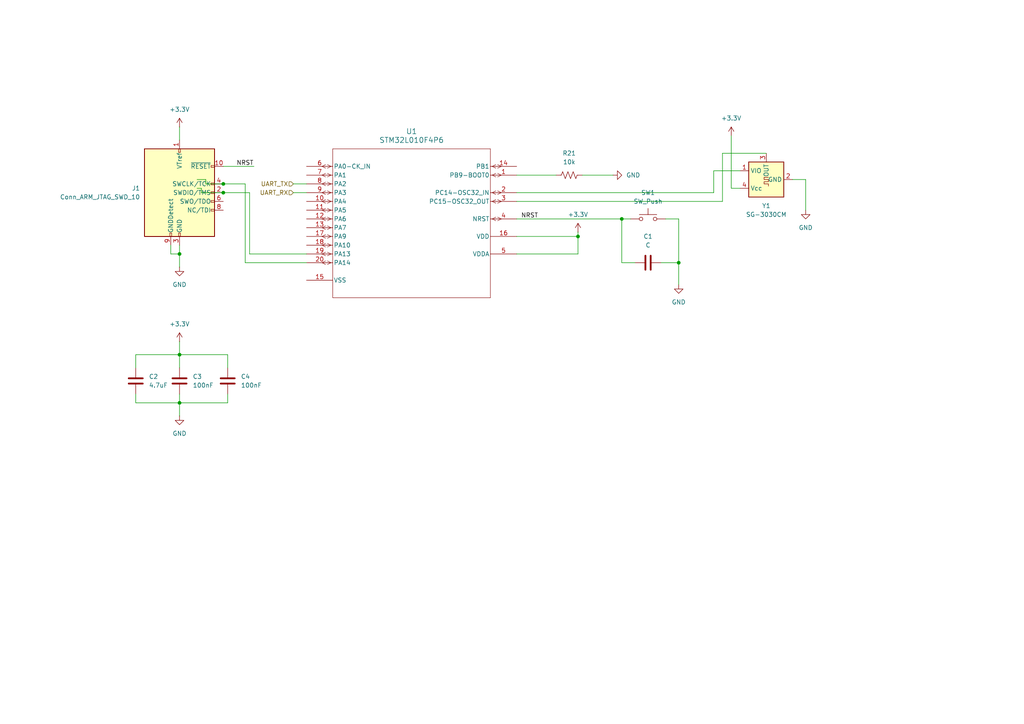
<source format=kicad_sch>
(kicad_sch (version 20250114) (generator "eeschema") (generator_version "9.0")
  (paper "A4")
  (lib_symbols
    (symbol "Connector:Conn_ARM_JTAG_SWD_10" (pin_names (offset 1.016))
      (property "Reference" "J" (at -2.54 16.51 0))
      (property "Value" "Conn_ARM_JTAG_SWD_10" (at -2.54 13.97 0))
      (symbol "Conn_ARM_JTAG_SWD_10_0_1"
        (rectangle (start -10.16 12.7) (end 10.16 -12.7) (stroke (width 0.254)) (fill (type background)))
        (rectangle (start -2.794 -12.7) (end -2.286 -11.684))
        (rectangle (start -0.254 12.7) (end 0.254 11.684))
        (rectangle (start -0.254 -12.7) (end 0.254 -11.684))
        (rectangle (start 9.144 2.286) (end 10.16 2.794))
        (rectangle (start 10.16 7.874) (end 9.144 7.366))
        (rectangle (start 10.16 -0.254) (end 9.144 0.254))
        (rectangle (start 10.16 -2.794) (end 9.144 -2.286))
      )
      (symbol "Conn_ARM_JTAG_SWD_10_1_1"
        (rectangle (start 9.144 -5.334) (end 10.16 -4.826))
        (pin no_connect line (at -10.16 0 0) (length 2.54) (hide yes) (name "KEY") (number "7"))
        (pin passive line (at -2.54 -15.24 90) (length 2.54) (name "GNDDetect") (number "9"))
        (pin power_in line (at 0 15.24 270) (length 2.54) (name "VTref") (number "1"))
        (pin power_in line (at 0 -15.24 90) (length 2.54) (name "GND") (number "3"))
        (pin passive line (at 0 -15.24 90) (length 2.54) (hide yes) (name "GND") (number "5"))
        (pin open_collector line (at 12.7 7.62 180) (length 2.54) (name "~{RESET}") (number "10"))
        (pin output line (at 12.7 2.54 180) (length 2.54) (name "SWCLK/TCK") (number "4"))
        (pin bidirectional line (at 12.7 0 180) (length 2.54) (name "SWDIO/TMS") (number "2"))
        (pin input line (at 12.7 -2.54 180) (length 2.54) (name "SWO/TDO") (number "6"))
        (pin output line (at 12.7 -5.08 180) (length 2.54) (name "NC/TDI") (number "8"))
      )
    )
    (symbol "Device:C" (pin_numbers (hide yes)) (pin_names (offset 0.254))
      (property "Reference" "C" (at 0.635 2.54 0))
      (property "Value" "C" (at 0.635 -2.54 0))
      (symbol "C_0_1"
        (polyline (pts (xy -2.032 0.762) (xy 2.032 0.762)) (stroke (width 0.508)))
        (polyline (pts (xy -2.032 -0.762) (xy 2.032 -0.762)) (stroke (width 0.508)))
      )
      (symbol "C_1_1"
        (pin passive line (at 0 3.81 270) (length 2.794) (name "~") (number "1"))
        (pin passive line (at 0 -3.81 90) (length 2.794) (name "~") (number "2"))
      )
    )
    (symbol "Device:R_US" (pin_numbers (hide yes)) (pin_names (offset 0))
      (property "Reference" "R" (at 2.54 0 90))
      (property "Value" "R_US" (at -2.54 0 90))
      (symbol "R_US_0_1"
        (polyline (pts (xy 0 2.286) (xy 0 2.54)))
        (polyline (pts (xy 0 2.286) (xy 1.016 1.905) (xy 0 1.524) (xy -1.016 1.143) (xy 0 0.762)))
        (polyline (pts (xy 0 0.762) (xy 1.016 0.381) (xy 0 0) (xy -1.016 -0.381) (xy 0 -0.762)))
        (polyline (pts (xy 0 -0.762) (xy 1.016 -1.143) (xy 0 -1.524) (xy -1.016 -1.905) (xy 0 -2.286)))
        (polyline (pts (xy 0 -2.286) (xy 0 -2.54)))
      )
      (symbol "R_US_1_1"
        (pin passive line (at 0 3.81 270) (length 1.27) (name "~") (number "1"))
        (pin passive line (at 0 -3.81 90) (length 1.27) (name "~") (number "2"))
      )
    )
    (symbol "Oscillator:SG-3030CM"
      (property "Reference" "Y" (at -5.08 -6.35 0))
      (property "Value" "SG-3030CM" (at 1.27 -6.35 0))
      (symbol "SG-3030CM_0_1"
        (rectangle (start -5.08 5.08) (end 5.08 -5.08) (stroke (width 0.254)) (fill (type background)))
        (polyline (pts (xy -1.905 -0.635) (xy -1.27 -0.635) (xy -1.27 0.635) (xy -0.635 0.635) (xy -0.635 -0.635) (xy 0 -0.635) (xy 0 0.635) (xy 0.635 0.635) (xy 0.635 -0.635)))
      )
      (symbol "SG-3030CM_1_1"
        (pin power_in line (at -2.54 7.62 270) (length 2.54) (name "Vcc") (number "4"))
        (pin power_in line (at 0 -7.62 90) (length 2.54) (name "GND") (number "2"))
        (pin power_in line (at 2.54 7.62 270) (length 2.54) (name "VIO") (number "1"))
        (pin output line (at 7.62 0 180) (length 2.54) (name "OUT") (number "3"))
      )
    )
    (symbol "STM32F01:STM32L010F4P6" (pin_names (offset 0.254))
      (property "Reference" "U" (at 30.48 10.16 0))
      (property "Value" "STM32L010F4P6" (at 30.48 7.62 0))
      (symbol "STM32L010F4P6_0_1"
        (polyline (pts (xy 5.5372 0.5207) (xy 4.4958 0)) (stroke (width 0.127)))
        (polyline (pts (xy 5.5372 -0.5207) (xy 4.4958 0)) (stroke (width 0.127)))
        (polyline (pts (xy 5.5372 -2.0193) (xy 4.4958 -2.54)) (stroke (width 0.127)))
        (polyline (pts (xy 5.5372 -3.0607) (xy 4.4958 -2.54)) (stroke (width 0.127)))
        (polyline (pts (xy 5.5372 -4.5593) (xy 4.4958 -5.08)) (stroke (width 0.127)))
        (polyline (pts (xy 5.5372 -5.6007) (xy 4.4958 -5.08)) (stroke (width 0.127)))
        (polyline (pts (xy 5.5372 -7.0993) (xy 4.4958 -7.62)) (stroke (width 0.127)))
        (polyline (pts (xy 5.5372 -8.1407) (xy 4.4958 -7.62)) (stroke (width 0.127)))
        (polyline (pts (xy 5.5372 -9.6393) (xy 4.4958 -10.16)) (stroke (width 0.127)))
        (polyline (pts (xy 5.5372 -10.6807) (xy 4.4958 -10.16)) (stroke (width 0.127)))
        (polyline (pts (xy 5.5372 -12.1793) (xy 4.4958 -12.7)) (stroke (width 0.127)))
        (polyline (pts (xy 5.5372 -13.2207) (xy 4.4958 -12.7)) (stroke (width 0.127)))
        (polyline (pts (xy 5.5372 -14.7193) (xy 4.4958 -15.24)) (stroke (width 0.127)))
        (polyline (pts (xy 5.5372 -15.7607) (xy 4.4958 -15.24)) (stroke (width 0.127)))
        (polyline (pts (xy 5.5372 -17.2593) (xy 4.4958 -17.78)) (stroke (width 0.127)))
        (polyline (pts (xy 5.5372 -18.3007) (xy 4.4958 -17.78)) (stroke (width 0.127)))
        (polyline (pts (xy 5.5372 -19.7993) (xy 4.4958 -20.32)) (stroke (width 0.127)))
        (polyline (pts (xy 5.5372 -20.8407) (xy 4.4958 -20.32)) (stroke (width 0.127)))
        (polyline (pts (xy 5.5372 -22.3393) (xy 4.4958 -22.86)) (stroke (width 0.127)))
        (polyline (pts (xy 5.5372 -23.3807) (xy 4.4958 -22.86)) (stroke (width 0.127)))
        (polyline (pts (xy 5.5372 -24.8793) (xy 4.4958 -25.4)) (stroke (width 0.127)))
        (polyline (pts (xy 5.5372 -25.9207) (xy 4.4958 -25.4)) (stroke (width 0.127)))
        (polyline (pts (xy 5.5372 -27.4193) (xy 4.4958 -27.94)) (stroke (width 0.127)))
        (polyline (pts (xy 5.5372 -28.4607) (xy 4.4958 -27.94)) (stroke (width 0.127)))
        (polyline (pts (xy 7.0993 0) (xy 6.0579 0.5207)) (stroke (width 0.127)))
        (polyline (pts (xy 7.0993 0) (xy 6.0579 -0.5207)) (stroke (width 0.127)))
        (polyline (pts (xy 7.0993 -2.54) (xy 6.0579 -2.0193)) (stroke (width 0.127)))
        (polyline (pts (xy 7.0993 -2.54) (xy 6.0579 -3.0607)) (stroke (width 0.127)))
        (polyline (pts (xy 7.0993 -5.08) (xy 6.0579 -4.5593)) (stroke (width 0.127)))
        (polyline (pts (xy 7.0993 -5.08) (xy 6.0579 -5.6007)) (stroke (width 0.127)))
        (polyline (pts (xy 7.0993 -7.62) (xy 6.0579 -7.0993)) (stroke (width 0.127)))
        (polyline (pts (xy 7.0993 -7.62) (xy 6.0579 -8.1407)) (stroke (width 0.127)))
        (polyline (pts (xy 7.0993 -10.16) (xy 6.0579 -9.6393)) (stroke (width 0.127)))
        (polyline (pts (xy 7.0993 -10.16) (xy 6.0579 -10.6807)) (stroke (width 0.127)))
        (polyline (pts (xy 7.0993 -12.7) (xy 6.0579 -12.1793)) (stroke (width 0.127)))
        (polyline (pts (xy 7.0993 -12.7) (xy 6.0579 -13.2207)) (stroke (width 0.127)))
        (polyline (pts (xy 7.0993 -15.24) (xy 6.0579 -14.7193)) (stroke (width 0.127)))
        (polyline (pts (xy 7.0993 -15.24) (xy 6.0579 -15.7607)) (stroke (width 0.127)))
        (polyline (pts (xy 7.0993 -17.78) (xy 6.0579 -17.2593)) (stroke (width 0.127)))
        (polyline (pts (xy 7.0993 -17.78) (xy 6.0579 -18.3007)) (stroke (width 0.127)))
        (polyline (pts (xy 7.0993 -20.32) (xy 6.0579 -19.7993)) (stroke (width 0.127)))
        (polyline (pts (xy 7.0993 -20.32) (xy 6.0579 -20.8407)) (stroke (width 0.127)))
        (polyline (pts (xy 7.0993 -22.86) (xy 6.0579 -22.3393)) (stroke (width 0.127)))
        (polyline (pts (xy 7.0993 -22.86) (xy 6.0579 -23.3807)) (stroke (width 0.127)))
        (polyline (pts (xy 7.0993 -25.4) (xy 6.0579 -24.8793)) (stroke (width 0.127)))
        (polyline (pts (xy 7.0993 -25.4) (xy 6.0579 -25.9207)) (stroke (width 0.127)))
        (polyline (pts (xy 7.0993 -27.94) (xy 6.0579 -27.4193)) (stroke (width 0.127)))
        (polyline (pts (xy 7.0993 -27.94) (xy 6.0579 -28.4607)) (stroke (width 0.127)))
        (polyline (pts (xy 7.62 5.08) (xy 7.62 -38.1)) (stroke (width 0.127)))
        (polyline (pts (xy 7.62 -38.1) (xy 53.34 -38.1)) (stroke (width 0.127)))
        (polyline (pts (xy 53.34 5.08) (xy 7.62 5.08)) (stroke (width 0.127)))
        (polyline (pts (xy 53.34 -38.1) (xy 53.34 5.08)) (stroke (width 0.127)))
        (polyline (pts (xy 53.8607 0) (xy 54.9021 0.5207)) (stroke (width 0.127)))
        (polyline (pts (xy 53.8607 0) (xy 54.9021 -0.5207)) (stroke (width 0.127)))
        (polyline (pts (xy 53.8607 -2.54) (xy 54.9021 -2.0193)) (stroke (width 0.127)))
        (polyline (pts (xy 53.8607 -2.54) (xy 54.9021 -3.0607)) (stroke (width 0.127)))
        (polyline (pts (xy 53.8607 -7.62) (xy 54.9021 -7.0993)) (stroke (width 0.127)))
        (polyline (pts (xy 53.8607 -7.62) (xy 54.9021 -8.1407)) (stroke (width 0.127)))
        (polyline (pts (xy 53.8607 -10.16) (xy 54.9021 -9.6393)) (stroke (width 0.127)))
        (polyline (pts (xy 53.8607 -10.16) (xy 54.9021 -10.6807)) (stroke (width 0.127)))
        (polyline (pts (xy 53.8607 -15.24) (xy 54.9021 -14.7193)) (stroke (width 0.127)))
        (polyline (pts (xy 53.8607 -15.24) (xy 54.9021 -15.7607)) (stroke (width 0.127)))
        (polyline (pts (xy 55.4228 0.5207) (xy 56.4642 0)) (stroke (width 0.127)))
        (polyline (pts (xy 55.4228 -0.5207) (xy 56.4642 0)) (stroke (width 0.127)))
        (polyline (pts (xy 55.4228 -2.0193) (xy 56.4642 -2.54)) (stroke (width 0.127)))
        (polyline (pts (xy 55.4228 -3.0607) (xy 56.4642 -2.54)) (stroke (width 0.127)))
        (polyline (pts (xy 55.4228 -7.0993) (xy 56.4642 -7.62)) (stroke (width 0.127)))
        (polyline (pts (xy 55.4228 -8.1407) (xy 56.4642 -7.62)) (stroke (width 0.127)))
        (polyline (pts (xy 55.4228 -9.6393) (xy 56.4642 -10.16)) (stroke (width 0.127)))
        (polyline (pts (xy 55.4228 -10.6807) (xy 56.4642 -10.16)) (stroke (width 0.127)))
        (polyline (pts (xy 55.4228 -14.7193) (xy 56.4642 -15.24)) (stroke (width 0.127)))
        (polyline (pts (xy 55.4228 -15.7607) (xy 56.4642 -15.24)) (stroke (width 0.127)))
        (pin bidirectional line (at 0 0 0) (length 7.62) (name "PA0-CK_IN") (number "6"))
        (pin bidirectional line (at 0 -2.54 0) (length 7.62) (name "PA1") (number "7"))
        (pin bidirectional line (at 0 -5.08 0) (length 7.62) (name "PA2") (number "8"))
        (pin bidirectional line (at 0 -7.62 0) (length 7.62) (name "PA3") (number "9"))
        (pin bidirectional line (at 0 -10.16 0) (length 7.62) (name "PA4") (number "10"))
        (pin bidirectional line (at 0 -12.7 0) (length 7.62) (name "PA5") (number "11"))
        (pin bidirectional line (at 0 -15.24 0) (length 7.62) (name "PA6") (number "12"))
        (pin bidirectional line (at 0 -17.78 0) (length 7.62) (name "PA7") (number "13"))
        (pin bidirectional line (at 0 -20.32 0) (length 7.62) (name "PA9") (number "17"))
        (pin bidirectional line (at 0 -22.86 0) (length 7.62) (name "PA10") (number "18"))
        (pin bidirectional line (at 0 -25.4 0) (length 7.62) (name "PA13") (number "19"))
        (pin bidirectional line (at 0 -27.94 0) (length 7.62) (name "PA14") (number "20"))
        (pin power_in line (at 0 -33.02 0) (length 7.62) (name "VSS") (number "15"))
        (pin bidirectional line (at 60.96 0 180) (length 7.62) (name "PB1") (number "14"))
        (pin input line (at 60.96 -2.54 180) (length 7.62) (name "PB9-BOOT0") (number "1"))
        (pin bidirectional line (at 60.96 -7.62 180) (length 7.62) (name "PC14-OSC32_IN") (number "2"))
        (pin bidirectional line (at 60.96 -10.16 180) (length 7.62) (name "PC15-OSC32_OUT") (number "3"))
        (pin bidirectional line (at 60.96 -15.24 180) (length 7.62) (name "NRST") (number "4"))
        (pin power_in line (at 60.96 -20.32 180) (length 7.62) (name "VDD") (number "16"))
        (pin power_in line (at 60.96 -25.4 180) (length 7.62) (name "VDDA") (number "5"))
      )
    )
    (symbol "Switch:SW_Push" (pin_numbers (hide yes)) (pin_names (offset 1.016) (hide yes))
      (property "Reference" "SW" (at 1.27 2.54 0))
      (property "Value" "SW_Push" (at 0 -1.524 0))
      (symbol "SW_Push_0_1"
        (circle (center -2.032 0) (radius 0.508))
        (polyline (pts (xy 0 1.27) (xy 0 3.048)))
        (circle (center 2.032 0) (radius 0.508))
        (polyline (pts (xy 2.54 1.27) (xy -2.54 1.27)))
        (pin passive line (at -5.08 0 0) (length 2.54) (name "1") (number "1"))
        (pin passive line (at 5.08 0 180) (length 2.54) (name "2") (number "2"))
      )
    )
    (symbol "power:+3.3V" (power) (pin_numbers (hide yes)) (pin_names (offset 0) (hide yes))
      (property "Value" "+3.3V" (at 0 3.556 0))
      (symbol "+3.3V_0_1"
        (polyline (pts (xy -0.762 1.27) (xy 0 2.54)))
        (polyline (pts (xy 0 2.54) (xy 0.762 1.27)))
        (polyline (pts (xy 0 0) (xy 0 2.54)))
      )
      (symbol "+3.3V_1_1"
        (pin power_in line (at 0 0 90) (length 0) (name "~") (number "1"))
      )
    )
    (symbol "power:GND" (power) (pin_numbers (hide yes)) (pin_names (offset 0) (hide yes))
      (property "Value" "GND" (at 0 -3.81 0))
      (symbol "GND_0_1"
        (polyline (pts (xy 0 0) (xy 0 -1.27) (xy 1.27 -1.27) (xy 0 -2.54) (xy -1.27 -1.27) (xy 0 -1.27)))
      )
      (symbol "GND_1_1"
        (pin power_in line (at 0 0 270) (length 0) (name "~") (number "1"))
      )
    )
  )
  (junction (at 52.07 73.66))
  (junction (at 196.85 76.2))
  (junction (at 167.64 68.58))
  (junction (at 180.34 63.5))
  (junction (at 52.07 102.87))
  (junction (at 64.77 55.88))
  (junction (at 52.07 116.84))
  (junction (at 64.77 53.34))
  (wire (pts (xy 212.09 39.37) (xy 212.09 54.61)))
  (wire (pts (xy 58.42 55.88) (xy 58.42 54.61)))
  (wire (pts (xy 191.77 76.2) (xy 196.85 76.2)))
  (wire (pts (xy 72.39 73.66) (xy 88.9 73.66)))
  (wire (pts (xy 196.85 76.2) (xy 196.85 82.55)))
  (wire (pts (xy 64.77 53.34) (xy 71.12 53.34)))
  (wire (pts (xy 64.77 55.88) (xy 72.39 55.88)))
  (wire (pts (xy 59.69 53.34) (xy 64.77 53.34)))
  (wire (pts (xy 39.37 106.68) (xy 39.37 102.87)))
  (wire (pts (xy 149.86 73.66) (xy 167.64 73.66)))
  (wire (pts (xy 85.09 55.88) (xy 88.9 55.88)))
  (wire (pts (xy 49.53 73.66) (xy 52.07 73.66)))
  (wire (pts (xy 209.55 58.42) (xy 149.86 58.42)))
  (wire (pts (xy 66.04 102.87) (xy 66.04 106.68)))
  (wire (pts (xy 52.07 73.66) (xy 52.07 77.47)))
  (wire (pts (xy 167.64 67.31) (xy 167.64 68.58)))
  (wire (pts (xy 149.86 68.58) (xy 167.64 68.58)))
  (wire (pts (xy 85.09 53.34) (xy 88.9 53.34)))
  (wire (pts (xy 39.37 116.84) (xy 52.07 116.84)))
  (wire (pts (xy 193.04 63.5) (xy 196.85 63.5)))
  (wire (pts (xy 222.25 44.45) (xy 209.55 44.45)))
  (wire (pts (xy 52.07 71.12) (xy 52.07 73.66)))
  (wire (pts (xy 196.85 63.5) (xy 196.85 76.2)))
  (wire (pts (xy 52.07 116.84) (xy 66.04 116.84)))
  (wire (pts (xy 229.87 52.07) (xy 233.68 52.07)))
  (wire (pts (xy 168.91 50.8) (xy 177.8 50.8)))
  (wire (pts (xy 149.86 55.88) (xy 207.01 55.88)))
  (wire (pts (xy 167.64 68.58) (xy 167.64 73.66)))
  (wire (pts (xy 66.04 116.84) (xy 66.04 114.3)))
  (wire (pts (xy 207.01 49.53) (xy 214.63 49.53)))
  (wire (pts (xy 52.07 99.06) (xy 52.07 102.87)))
  (wire (pts (xy 52.07 36.83) (xy 52.07 40.64)))
  (wire (pts (xy 71.12 53.34) (xy 71.12 76.2)))
  (wire (pts (xy 180.34 63.5) (xy 182.88 63.5)))
  (wire (pts (xy 58.42 55.88) (xy 64.77 55.88)))
  (wire (pts (xy 39.37 102.87) (xy 52.07 102.87)))
  (wire (pts (xy 57.15 54.61) (xy 58.42 54.61)))
  (wire (pts (xy 180.34 63.5) (xy 180.34 76.2)))
  (wire (pts (xy 149.86 63.5) (xy 180.34 63.5)))
  (wire (pts (xy 52.07 114.3) (xy 52.07 116.84)))
  (wire (pts (xy 52.07 102.87) (xy 66.04 102.87)))
  (wire (pts (xy 233.68 52.07) (xy 233.68 60.96)))
  (wire (pts (xy 52.07 102.87) (xy 52.07 106.68)))
  (wire (pts (xy 180.34 76.2) (xy 184.15 76.2)))
  (wire (pts (xy 64.77 48.26) (xy 73.66 48.26)))
  (wire (pts (xy 209.55 44.45) (xy 209.55 58.42)))
  (wire (pts (xy 71.12 76.2) (xy 88.9 76.2)))
  (wire (pts (xy 207.01 55.88) (xy 207.01 49.53)))
  (wire (pts (xy 72.39 55.88) (xy 72.39 73.66)))
  (wire (pts (xy 39.37 114.3) (xy 39.37 116.84)))
  (wire (pts (xy 214.63 54.61) (xy 212.09 54.61)))
  (wire (pts (xy 149.86 50.8) (xy 161.29 50.8)))
  (wire (pts (xy 49.53 71.12) (xy 49.53 73.66)))
  (wire (pts (xy 59.69 52.07) (xy 59.69 53.34)))
  (wire (pts (xy 52.07 116.84) (xy 52.07 120.65)))
  (wire (pts (xy 57.15 52.07) (xy 59.69 52.07)))
  (label "NRST" (at 151.13 63.5 0))
  (label "NRST" (at 68.58 48.26 0))
  (hierarchical_label "UART_TX" (shape input) (at 85.09 53.34 180))
  (hierarchical_label "UART_RX" (shape input) (at 85.09 55.88 180))
  (symbol (lib_id "Device:C") (at 52.07 110.49 0) (unit 1)
    (property "Reference" "C3" (at 55.88 109.2199 0) (effects (justify left)))
    (property "Value" "100nF" (at 55.88 111.7599 0) (effects (justify left)))
    (property "Description" "Unpolarized capacitor" (effects (hide yes)))
  )
  (symbol (lib_id "power:GND") (at 196.85 82.55 0) (unit 1)
    (property "Reference" "#PWR015" (effects (hide yes)))
    (property "Value" "GND" (at 196.85 87.63 0))
    (property "Description" "Power symbol creates a global label with name \"GND\" , ground" (effects (hide yes)))
  )
  (symbol (lib_id "Connector:Conn_ARM_JTAG_SWD_10") (at 52.07 55.88 0) (unit 1)
    (property "Reference" "J1" (at 40.64 54.6099 0) (effects (justify right)))
    (property "Value" "Conn_ARM_JTAG_SWD_10" (at 40.64 57.1499 0) (effects (justify right)))
    (property "Datasheet" "http://infocenter.arm.com/help/topic/com.arm.doc.ddi0314h/DDI0314H_coresight_components_trm.pdf" (effects (hide yes)))
    (property "Description" "Cortex Debug Connector, standard ARM Cortex-M SWD and JTAG interface" (effects (hide yes)))
  )
  (symbol (lib_id "Device:C") (at 66.04 110.49 0) (unit 1)
    (property "Reference" "C4" (at 69.85 109.2199 0) (effects (justify left)))
    (property "Value" "100nF" (at 69.85 111.7599 0) (effects (justify left)))
    (property "Description" "Unpolarized capacitor" (effects (hide yes)))
  )
  (symbol (lib_id "power:+3.3V") (at 167.64 67.31 0) (unit 1)
    (property "Reference" "#PWR014" (effects (hide yes)))
    (property "Value" "+3.3V" (at 167.64 62.23 0))
    (property "Description" "Power symbol creates a global label with name \"+3.3V\"" (effects (hide yes)))
  )
  (symbol (lib_id "power:+3.3V") (at 52.07 99.06 0) (unit 1)
    (property "Reference" "#PWR019" (effects (hide yes)))
    (property "Value" "+3.3V" (at 52.07 93.98 0))
    (property "Description" "Power symbol creates a global label with name \"+3.3V\"" (effects (hide yes)))
  )
  (symbol (lib_id "Device:R_US") (at 165.1 50.8 90) (unit 1)
    (property "Reference" "R21" (at 165.1 44.45 90))
    (property "Value" "10k" (at 165.1 46.99 90))
    (property "Description" "Resistor, US symbol" (effects (hide yes)))
  )
  (symbol (lib_id "Oscillator:SG-3030CM") (at 222.25 52.07 90) (unit 1)
    (property "Reference" "Y1" (at 222.25 59.69 90))
    (property "Value" "SG-3030CM" (at 222.25 62.23 90))
    (property "Footprint" "Oscillator:Oscillator_SMD_SeikoEpson_SG3030CM" (effects (hide yes)))
    (property "Datasheet" "https://support.epson.biz/td/api/doc_check.php?mode=dl&lang=en&Parts=SG-3030CM" (effects (hide yes)))
    (property "Description" "32.768kHz Crystal Oscillator (SPXO)" (effects (hide yes)))
  )
  (symbol (lib_id "STM32F01:STM32L010F4P6") (at 88.9 48.26 0) (unit 1)
    (property "Reference" "U1" (at 119.38 38.1 0) (effects (font (size 1.524 1.524))))
    (property "Value" "STM32L010F4P6" (at 119.38 40.64 0) (effects (font (size 1.524 1.524))))
    (property "Footprint" "TSSOP20" (effects (hide yes)))
    (property "Datasheet" "https://www.st.com/resource/en/datasheet/stm32l010f4.pdf" (effects (hide yes)))
  )
  (symbol (lib_id "power:GND") (at 52.07 120.65 0) (unit 1)
    (property "Reference" "#PWR018" (effects (hide yes)))
    (property "Value" "GND" (at 52.07 125.73 0))
    (property "Description" "Power symbol creates a global label with name \"GND\" , ground" (effects (hide yes)))
  )
  (symbol (lib_id "power:GND") (at 177.8 50.8 90) (unit 1)
    (property "Reference" "#PWR013" (effects (hide yes)))
    (property "Value" "GND" (at 181.61 50.7999 90) (effects (justify right)))
    (property "Description" "Power symbol creates a global label with name \"GND\" , ground" (effects (hide yes)))
  )
  (symbol (lib_id "power:GND") (at 52.07 77.47 0) (unit 1)
    (property "Reference" "#PWR016" (effects (hide yes)))
    (property "Value" "GND" (at 52.07 82.55 0))
    (property "Description" "Power symbol creates a global label with name \"GND\" , ground" (effects (hide yes)))
  )
  (symbol (lib_id "power:GND") (at 233.68 60.96 0) (unit 1)
    (property "Reference" "#PWR012" (effects (hide yes)))
    (property "Value" "GND" (at 233.68 66.04 0))
    (property "Description" "Power symbol creates a global label with name \"GND\" , ground" (effects (hide yes)))
  )
  (symbol (lib_id "power:+3.3V") (at 52.07 36.83 0) (unit 1)
    (property "Reference" "#PWR017" (effects (hide yes)))
    (property "Value" "+3.3V" (at 52.07 31.75 0))
    (property "Description" "Power symbol creates a global label with name \"+3.3V\"" (effects (hide yes)))
  )
  (symbol (lib_id "Switch:SW_Push") (at 187.96 63.5 0) (unit 1)
    (property "Reference" "SW1" (at 187.96 55.88 0))
    (property "Value" "SW_Push" (at 187.96 58.42 0))
    (property "Description" "Push button switch, generic, two pins" (effects (hide yes)))
  )
  (symbol (lib_id "power:+3.3V") (at 212.09 39.37 0) (unit 1)
    (property "Reference" "#PWR011" (effects (hide yes)))
    (property "Value" "+3.3V" (at 212.09 34.29 0))
    (property "Description" "Power symbol creates a global label with name \"+3.3V\"" (effects (hide yes)))
  )
  (symbol (lib_id "Device:C") (at 39.37 110.49 0) (unit 1)
    (property "Reference" "C2" (at 43.18 109.2199 0) (effects (justify left)))
    (property "Value" "4.7uF" (at 43.18 111.7599 0) (effects (justify left)))
    (property "Description" "Unpolarized capacitor" (effects (hide yes)))
  )
  (symbol (lib_id "Device:C") (at 187.96 76.2 270) (unit 1)
    (property "Reference" "C1" (at 187.96 68.58 90))
    (property "Value" "C" (at 187.96 71.12 90))
    (property "Description" "Unpolarized capacitor" (effects (hide yes)))
  )
)
</source>
